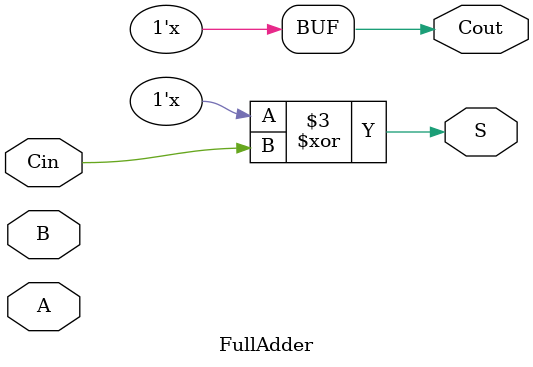
<source format=v>
`timescale 1ns / 1ps


module FullAdder(A,B,Cin,S,Cout);
input A,B,Cin;
output reg S,Cout;
reg temp1;//used for XOR gate
reg temp2;//AND of Cin and XORed AB
reg temp3;// And of A and B

always@(*)begin
   temp1 <= A^B;
   S <= temp1^Cin;
   temp2 <= temp1 & Cin;
   temp3 <= A & B;
   Cout <= temp2 | temp3;
end

endmodule

</source>
